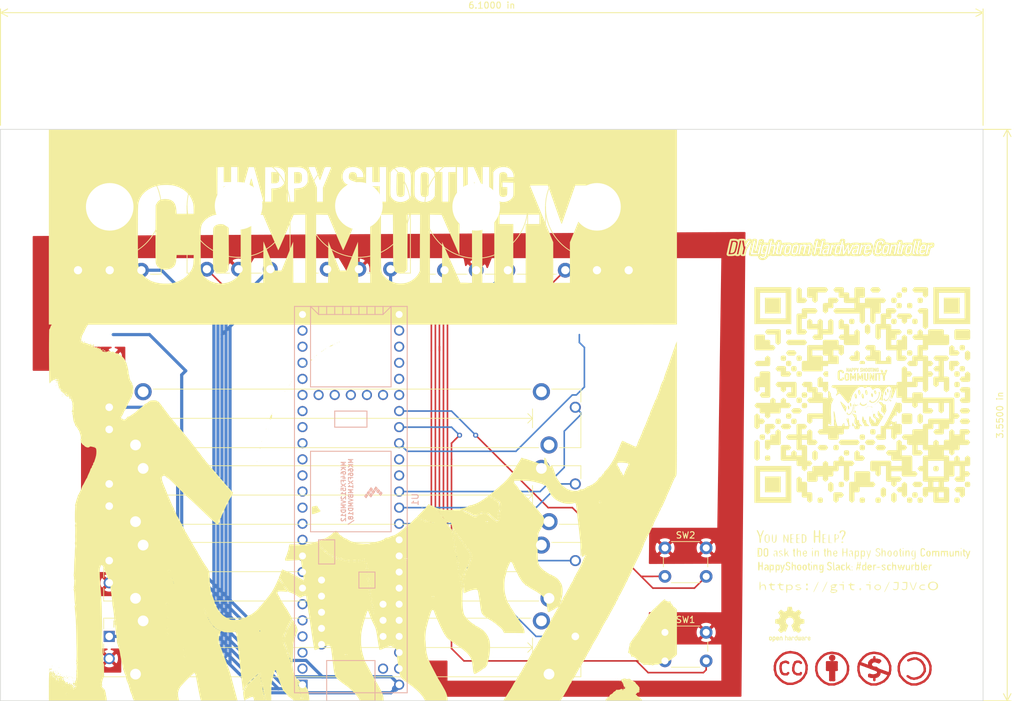
<source format=kicad_pcb>
(kicad_pcb (version 20171130) (host pcbnew "(5.1.4-0-10_14)")
  (layers (0 F.Cu signal) (31 B.Cu signal) (34 B.Paste user) (35 F.Paste user) (36 B.SilkS user) (37 F.SilkS user) (38 B.Mask user) (39 F.Mask user) (44 Edge.Cuts user))
  (net 0 "")
  (net 1 "Net-(RV1-Pad3)")
  (net 2 GND)
  (net 3 "Net-(RV2-Pad3)")
  (net 4 "Net-(RV3-Pad3)")
  (net 5 "Net-(RV4-Pad3)")
  (net 6 "Net-(RV5-Pad3)")
  (net 7 "Net-(RV6-Pad3)")
  (net 8 "Net-(RV7-Pad3)")
  (net 9 "Net-(RV8-Pad3)")
  (net 10 "Net-(RV9-Pad3)")
  (net 11 "Net-(RV10-Pad3)")
  (net 12 "Net-(SW1-Pad2)")
  (net 13 "Net-(SW2-Pad2)")
  (net 14 "Net-(RV1-Pad1)")
  (module HappyShooting:hsc_diff_print_i_375 (layer F.Cu) (at 130.81 104.775)
    (fp_text reference G*** hide)
    (fp_text value LOGO hide)
  )
  (module HappyShooting:hsc_silk_375 (layer F.Cu) (at 130.81 104.775)
    (fp_text reference G*** hide)
    (fp_text value LOGO hide)
  )
  (module HappyShooting:help_print_350 (layer F.Cu) (at 210.185 127.635)
    (fp_text reference G*** hide)
    (fp_text value LOGO hide)
  )
  (module HappyShooting:diy_silk_i (layer F.Cu) (at 203.835 78.105)
    (fp_text reference G*** hide)
    (fp_text value LOGO hide)
  )
  (module HappyShooting:diy_print (layer F.Cu) (at 203.835 78.105)
    (fp_text reference G*** hide)
    (fp_text value LOGO hide)
  )
  (module HappyShooting:qr_medium (layer F.Cu) (at 209.55 101.6)
    (fp_text reference G*** hide)
    (fp_text value LOGO hide)
  )
  (module HappyShooting:Teensy36 (layer B.Cu) (at 128.905 118.11 90)
    (fp_text reference U1 (at 0 10.16 270) (layer B.SilkS) (effects (justify mirror)))
    (fp_text value Teensy3.6)
    (fp_text user MK64FX512VMD12 (at 1.27 -1.143 270) (layer B.SilkS) (effects (font (size 0.7 0.7)) (justify mirror)))
    (fp_text user MK66FX1MBVMD18/ (at 1.27 0 270) (layer B.SilkS) (effects (font (size 0.7 0.7)) (justify mirror)))
    (pad 62 thru_hole circle (at -12.7 -4.62 90) (size 1.6 1.6) (drill 1.1) (layers *.Cu *.Mask))
    (pad 61 thru_hole circle (at -15.24 -4.62 90) (size 1.6 1.6) (drill 1.1) (layers *.Cu *.Mask))
    (pad 60 thru_hole circle (at -17.78 -4.62 90) (size 1.6 1.6) (drill 1.1) (layers *.Cu *.Mask))
    (pad 59 thru_hole circle (at -20.32 -4.62 90) (size 1.6 1.6) (drill 1.1) (layers *.Cu *.Mask))
    (pad 58 thru_hole circle (at -22.86 -4.62 90) (size 1.6 1.6) (drill 1.1) (layers *.Cu *.Mask))
    (pad 57 thru_hole circle (at -16.51 5.08 90) (size 1.6 1.6) (drill 1.1) (layers *.Cu *.Mask))
    (pad 56 thru_hole circle (at -19.05 5.08 90) (size 1.6 1.6) (drill 1.1) (layers *.Cu *.Mask))
    (pad 55 thru_hole circle (at -21.59 5.08 90) (size 1.6 1.6) (drill 1.1) (layers *.Cu *.Mask))
    (pad 54 thru_hole circle (at -26.67 5.08 90) (size 1.6 1.6) (drill 1.1) (layers *.Cu *.Mask))
    (pad 53 thru_hole circle (at -29.21 7.62 90) (size 1.6 1.6) (drill 1.1) (layers *.Cu *.Mask) (net 14 "Net-(RV1-Pad1)"))
    (pad 52 thru_hole circle (at -26.67 7.62 90) (size 1.6 1.6) (drill 1.1) (layers *.Cu *.Mask) (net 2 GND))
    (pad 51 thru_hole circle (at -24.13 7.62 90) (size 1.6 1.6) (drill 1.1) (layers *.Cu *.Mask))
    (pad 50 thru_hole circle (at -21.59 7.62 90) (size 1.6 1.6) (drill 1.1) (layers *.Cu *.Mask))
    (pad 49 thru_hole circle (at -19.05 7.62 90) (size 1.6 1.6) (drill 1.1) (layers *.Cu *.Mask) (net 11 "Net-(RV10-Pad3)"))
    (pad 48 thru_hole circle (at -16.51 7.62 90) (size 1.6 1.6) (drill 1.1) (layers *.Cu *.Mask) (net 10 "Net-(RV9-Pad3)"))
    (pad 47 thru_hole circle (at -13.97 7.62 90) (size 1.6 1.6) (drill 1.1) (layers *.Cu *.Mask) (net 9 "Net-(RV8-Pad3)"))
    (pad 46 thru_hole circle (at -11.43 7.62 90) (size 1.6 1.6) (drill 1.1) (layers *.Cu *.Mask) (net 8 "Net-(RV7-Pad3)"))
    (pad 45 thru_hole circle (at -8.89 7.62 90) (size 1.6 1.6) (drill 1.1) (layers *.Cu *.Mask) (net 7 "Net-(RV6-Pad3)"))
    (pad 44 thru_hole circle (at -6.35 7.62 90) (size 1.6 1.6) (drill 1.1) (layers *.Cu *.Mask) (net 6 "Net-(RV5-Pad3)"))
    (pad 43 thru_hole circle (at -3.81 7.62 90) (size 1.6 1.6) (drill 1.1) (layers *.Cu *.Mask) (net 5 "Net-(RV4-Pad3)"))
    (pad 42 thru_hole circle (at -1.27 7.62 90) (size 1.6 1.6) (drill 1.1) (layers *.Cu *.Mask) (net 4 "Net-(RV3-Pad3)"))
    (pad 41 thru_hole circle (at 1.27 7.62 90) (size 1.6 1.6) (drill 1.1) (layers *.Cu *.Mask) (net 3 "Net-(RV2-Pad3)"))
    (pad 40 thru_hole circle (at 3.81 7.62 90) (size 1.6 1.6) (drill 1.1) (layers *.Cu *.Mask))
    (pad 39 thru_hole circle (at 6.35 7.62 90) (size 1.6 1.6) (drill 1.1) (layers *.Cu *.Mask))
    (pad 38 thru_hole circle (at 8.89 7.62 90) (size 1.6 1.6) (drill 1.1) (layers *.Cu *.Mask) (net 1 "Net-(RV1-Pad3)"))
    (pad 1 thru_hole rect (at -29.21 -7.62 90) (size 1.6 1.6) (drill 1.1) (layers *.Cu *.Mask))
    (pad 2 thru_hole circle (at -26.67 -7.62 90) (size 1.6 1.6) (drill 1.1) (layers *.Cu *.Mask))
    (pad 3 thru_hole circle (at -24.13 -7.62 90) (size 1.6 1.6) (drill 1.1) (layers *.Cu *.Mask))
    (pad 4 thru_hole circle (at -21.59 -7.62 90) (size 1.6 1.6) (drill 1.1) (layers *.Cu *.Mask))
    (pad 5 thru_hole circle (at -19.05 -7.62 90) (size 1.6 1.6) (drill 1.1) (layers *.Cu *.Mask))
    (pad 6 thru_hole circle (at -16.51 -7.62 90) (size 1.6 1.6) (drill 1.1) (layers *.Cu *.Mask))
    (pad 7 thru_hole circle (at -13.97 -7.62 90) (size 1.6 1.6) (drill 1.1) (layers *.Cu *.Mask))
    (pad 8 thru_hole circle (at -11.43 -7.62 90) (size 1.6 1.6) (drill 1.1) (layers *.Cu *.Mask))
    (pad 9 thru_hole circle (at -8.89 -7.62 90) (size 1.6 1.6) (drill 1.1) (layers *.Cu *.Mask))
    (pad 10 thru_hole circle (at -6.35 -7.62 90) (size 1.6 1.6) (drill 1.1) (layers *.Cu *.Mask))
    (pad 11 thru_hole circle (at -3.81 -7.62 90) (size 1.6 1.6) (drill 1.1) (layers *.Cu *.Mask))
    (pad 12 thru_hole circle (at -1.27 -7.62 90) (size 1.6 1.6) (drill 1.1) (layers *.Cu *.Mask))
    (pad 13 thru_hole circle (at 1.27 -7.62 90) (size 1.6 1.6) (drill 1.1) (layers *.Cu *.Mask))
    (pad 37 thru_hole circle (at 11.43 7.62 90) (size 1.6 1.6) (drill 1.1) (layers *.Cu *.Mask) (net 12 "Net-(SW1-Pad2)"))
    (pad 36 thru_hole circle (at 13.97 7.62 90) (size 1.6 1.6) (drill 1.1) (layers *.Cu *.Mask) (net 13 "Net-(SW2-Pad2)"))
    (pad 35 thru_hole circle (at 16.51 7.62 90) (size 1.6 1.6) (drill 1.1) (layers *.Cu *.Mask))
    (pad 34 thru_hole circle (at 19.05 7.62 90) (size 1.6 1.6) (drill 1.1) (layers *.Cu *.Mask))
    (pad 33 thru_hole circle (at 21.59 7.62 90) (size 1.6 1.6) (drill 1.1) (layers *.Cu *.Mask))
    (pad 32 thru_hole circle (at 24.13 7.62 90) (size 1.6 1.6) (drill 1.1) (layers *.Cu *.Mask))
    (pad 31 thru_hole circle (at 26.67 7.62 90) (size 1.6 1.6) (drill 1.1) (layers *.Cu *.Mask))
    (pad 30 thru_hole circle (at 29.21 7.62 90) (size 1.6 1.6) (drill 1.1) (layers *.Cu *.Mask))
    (pad 29 thru_hole circle (at 16.51 5.08 90) (size 1.6 1.6) (drill 1.1) (layers *.Cu *.Mask))
    (pad 28 thru_hole circle (at 16.51 2.54 90) (size 1.6 1.6) (drill 1.1) (layers *.Cu *.Mask))
    (pad 27 thru_hole circle (at 16.51 0 90) (size 1.6 1.6) (drill 1.1) (layers *.Cu *.Mask))
    (pad 26 thru_hole circle (at 16.51 -2.54 90) (size 1.6 1.6) (drill 1.1) (layers *.Cu *.Mask))
    (pad 25 thru_hole circle (at 16.51 -5.08 90) (size 1.6 1.6) (drill 1.1) (layers *.Cu *.Mask))
    (pad 24 thru_hole circle (at 29.21 -7.62 90) (size 1.6 1.6) (drill 1.1) (layers *.Cu *.Mask))
    (pad 23 thru_hole circle (at 26.67 -7.62 90) (size 1.6 1.6) (drill 1.1) (layers *.Cu *.Mask))
    (pad 22 thru_hole circle (at 24.13 -7.62 90) (size 1.6 1.6) (drill 1.1) (layers *.Cu *.Mask))
    (pad 21 thru_hole circle (at 21.59 -7.62 90) (size 1.6 1.6) (drill 1.1) (layers *.Cu *.Mask))
    (pad 14 thru_hole circle (at 3.81 -7.62 90) (size 1.6 1.6) (drill 1.1) (layers *.Cu *.Mask))
    (pad 15 thru_hole circle (at 6.35 -7.62 90) (size 1.6 1.6) (drill 1.1) (layers *.Cu *.Mask))
    (pad 16 thru_hole circle (at 8.89 -7.62 90) (size 1.6 1.6) (drill 1.1) (layers *.Cu *.Mask))
    (pad 20 thru_hole circle (at 19.05 -7.62 90) (size 1.6 1.6) (drill 1.1) (layers *.Cu *.Mask))
    (pad 19 thru_hole circle (at 16.51 -7.62 90) (size 1.6 1.6) (drill 1.1) (layers *.Cu *.Mask))
    (pad 18 thru_hole circle (at 13.97 -7.62 90) (size 1.6 1.6) (drill 1.1) (layers *.Cu *.Mask))
    (pad 17 thru_hole circle (at 11.43 -7.62 90) (size 1.6 1.6) (drill 1.1) (layers *.Cu *.Mask))
  )
  (module Symbol:Symbol_CC-ShareAlike_CopperTop_Small (layer F.Cu) (at 217.805 144.78)
    (fp_text reference REF** hide)
    (fp_text value Symbol_CC-ShareAlike_CopperTop_Small hide)
    (fp_line (start 0.59944 -2.4003) (end 0 -2.49936) (layer F.Cu) (width 0.381))
    (fp_line (start 1.00076 -2.30124) (end 0.59944 -2.4003) (layer F.Cu) (width 0.381))
    (fp_line (start 1.50114 -1.99898) (end 1.00076 -2.30124) (layer F.Cu) (width 0.381))
    (fp_line (start 1.99898 -1.50114) (end 1.50114 -1.99898) (layer F.Cu) (width 0.381))
    (fp_line (start 2.30124 -1.00076) (end 1.99898 -1.50114) (layer F.Cu) (width 0.381))
    (fp_line (start 2.49936 -0.39878) (end 2.30124 -1.00076) (layer F.Cu) (width 0.381))
    (fp_line (start 2.49936 0.20066) (end 2.49936 -0.39878) (layer F.Cu) (width 0.381))
    (fp_line (start 2.4003 0.8001) (end 2.49936 0.20066) (layer F.Cu) (width 0.381))
    (fp_line (start 1.99898 1.50114) (end 2.4003 0.8001) (layer F.Cu) (width 0.381))
    (fp_line (start 1.50114 1.99898) (end 1.99898 1.50114) (layer F.Cu) (width 0.381))
    (fp_line (start 0.89916 2.30124) (end 1.50114 1.99898) (layer F.Cu) (width 0.381))
    (fp_line (start 0.29972 2.49936) (end 0.89916 2.30124) (layer F.Cu) (width 0.381))
    (fp_line (start -0.50038 2.49936) (end 0.29972 2.49936) (layer F.Cu) (width 0.381))
    (fp_line (start -1.19888 2.19964) (end -0.50038 2.49936) (layer F.Cu) (width 0.381))
    (fp_line (start -1.69926 1.80086) (end -1.19888 2.19964) (layer F.Cu) (width 0.381))
    (fp_line (start -2.30124 1.09982) (end -1.69926 1.80086) (layer F.Cu) (width 0.381))
    (fp_line (start -2.49936 0.29972) (end -2.30124 1.09982) (layer F.Cu) (width 0.381))
    (fp_line (start -2.49936 -0.29972) (end -2.49936 0.29972) (layer F.Cu) (width 0.381))
    (fp_line (start -2.4003 -0.8001) (end -2.49936 -0.29972) (layer F.Cu) (width 0.381))
    (fp_line (start -2.19964 -1.19888) (end -2.4003 -0.8001) (layer F.Cu) (width 0.381))
    (fp_line (start -1.69926 -1.80086) (end -2.19964 -1.19888) (layer F.Cu) (width 0.381))
    (fp_line (start -1.19888 -2.19964) (end -1.69926 -1.80086) (layer F.Cu) (width 0.381))
    (fp_line (start -0.70104 -2.4003) (end -1.19888 -2.19964) (layer F.Cu) (width 0.381))
    (fp_line (start -0.09906 -2.49936) (end -0.70104 -2.4003) (layer F.Cu) (width 0.381))
    (fp_line (start 0 -2.49936) (end -0.09906 -2.49936) (layer F.Cu) (width 0.381))
    (fp_line (start -0.50038 -1.50114) (end -1.00076 -1.30048) (layer F.Cu) (width 0.381))
    (fp_line (start -0.09906 -1.6002) (end -0.50038 -1.50114) (layer F.Cu) (width 0.381))
    (fp_line (start 0.29972 -1.6002) (end -0.09906 -1.6002) (layer F.Cu) (width 0.381))
    (fp_line (start 0.89916 -1.30048) (end 0.29972 -1.6002) (layer F.Cu) (width 0.381))
    (fp_line (start 1.19888 -1.00076) (end 0.89916 -1.30048) (layer F.Cu) (width 0.381))
    (fp_line (start 1.50114 -0.50038) (end 1.19888 -1.00076) (layer F.Cu) (width 0.381))
    (fp_line (start 1.6002 0) (end 1.50114 -0.50038) (layer F.Cu) (width 0.381))
    (fp_line (start 1.6002 0.39878) (end 1.6002 0) (layer F.Cu) (width 0.381))
    (fp_line (start 1.30048 0.89916) (end 1.6002 0.39878) (layer F.Cu) (width 0.381))
    (fp_line (start 0.89916 1.30048) (end 1.30048 0.89916) (layer F.Cu) (width 0.381))
    (fp_line (start 0.39878 1.50114) (end 0.89916 1.30048) (layer F.Cu) (width 0.381))
    (fp_line (start -0.09906 1.6002) (end 0.39878 1.50114) (layer F.Cu) (width 0.381))
    (fp_line (start -0.59944 1.50114) (end -0.09906 1.6002) (layer F.Cu) (width 0.381))
    (fp_line (start -1.09982 1.19888) (end -0.59944 1.50114) (layer F.Cu) (width 0.381))
  )
  (module Symbol:Symbol_CreativeCommons_CopperTop_Type2_Small (layer F.Cu) (at 198.12 144.78)
    (fp_text reference REF** hide)
    (fp_text value Symbol_CreativeCommons_CopperTop_Type2_Small hide)
    (fp_line (start 0.74944 -2.5003) (end 0.15 -2.59936) (layer F.Cu) (width 0.381))
    (fp_line (start 1.15076 -2.40124) (end 0.74944 -2.5003) (layer F.Cu) (width 0.381))
    (fp_line (start 1.65114 -2.09898) (end 1.15076 -2.40124) (layer F.Cu) (width 0.381))
    (fp_line (start 2.14898 -1.60114) (end 1.65114 -2.09898) (layer F.Cu) (width 0.381))
    (fp_line (start 2.45124 -1.10076) (end 2.14898 -1.60114) (layer F.Cu) (width 0.381))
    (fp_line (start 2.64936 -0.49878) (end 2.45124 -1.10076) (layer F.Cu) (width 0.381))
    (fp_line (start 2.64936 0.10066) (end 2.64936 -0.49878) (layer F.Cu) (width 0.381))
    (fp_line (start 2.5503 0.7001) (end 2.64936 0.10066) (layer F.Cu) (width 0.381))
    (fp_line (start 2.14898 1.40114) (end 2.5503 0.7001) (layer F.Cu) (width 0.381))
    (fp_line (start 1.65114 1.89898) (end 2.14898 1.40114) (layer F.Cu) (width 0.381))
    (fp_line (start 1.04916 2.20124) (end 1.65114 1.89898) (layer F.Cu) (width 0.381))
    (fp_line (start 0.44972 2.39936) (end 1.04916 2.20124) (layer F.Cu) (width 0.381))
    (fp_line (start -0.35038 2.39936) (end 0.44972 2.39936) (layer F.Cu) (width 0.381))
    (fp_line (start -1.04888 2.09964) (end -0.35038 2.39936) (layer F.Cu) (width 0.381))
    (fp_line (start -1.54926 1.70086) (end -1.04888 2.09964) (layer F.Cu) (width 0.381))
    (fp_line (start -2.15124 0.99982) (end -1.54926 1.70086) (layer F.Cu) (width 0.381))
    (fp_line (start -2.34936 0.19972) (end -2.15124 0.99982) (layer F.Cu) (width 0.381))
    (fp_line (start -2.34936 -0.39972) (end -2.34936 0.19972) (layer F.Cu) (width 0.381))
    (fp_line (start -2.2503 -0.9001) (end -2.34936 -0.39972) (layer F.Cu) (width 0.381))
    (fp_line (start -2.04964 -1.29888) (end -2.2503 -0.9001) (layer F.Cu) (width 0.381))
    (fp_line (start -1.54926 -1.90086) (end -2.04964 -1.29888) (layer F.Cu) (width 0.381))
    (fp_line (start -1.04888 -2.29964) (end -1.54926 -1.90086) (layer F.Cu) (width 0.381))
    (fp_line (start -0.55104 -2.5003) (end -1.04888 -2.29964) (layer F.Cu) (width 0.381))
    (fp_line (start 0.05094 -2.59936) (end -0.55104 -2.5003) (layer F.Cu) (width 0.381))
    (fp_line (start 0.15 -2.59936) (end 0.05094 -2.59936) (layer F.Cu) (width 0.381))
    (fp_line (start -0.44944 0.90076) (end -0.24878 0.7001) (layer F.Cu) (width 0.381))
    (fp_line (start -0.85076 0.90076) (end -0.44944 0.90076) (layer F.Cu) (width 0.381))
    (fp_line (start -1.15048 0.79916) (end -0.85076 0.90076) (layer F.Cu) (width 0.381))
    (fp_line (start -1.35114 0.49944) (end -1.15048 0.79916) (layer F.Cu) (width 0.381))
    (fp_line (start -1.4502 -0.00094) (end -1.35114 0.49944) (layer F.Cu) (width 0.381))
    (fp_line (start -1.4502 -0.39972) (end -1.4502 -0.00094) (layer F.Cu) (width 0.381))
    (fp_line (start -1.35114 -0.80104) (end -1.4502 -0.39972) (layer F.Cu) (width 0.381))
    (fp_line (start -1.04888 -0.99916) (end -1.35114 -0.80104) (layer F.Cu) (width 0.381))
    (fp_line (start -0.6501 -1.10076) (end -1.04888 -0.99916) (layer F.Cu) (width 0.381))
    (fp_line (start -0.35038 -0.99916) (end -0.6501 -1.10076) (layer F.Cu) (width 0.381))
    (fp_line (start -0.24878 -0.9001) (end -0.35038 -0.99916) (layer F.Cu) (width 0.381))
    (fp_line (start 1.65114 0.90076) (end 1.7502 0.7001) (layer F.Cu) (width 0.381))
    (fp_line (start 1.34888 0.90076) (end 1.65114 0.90076) (layer F.Cu) (width 0.381))
    (fp_line (start 1.15076 0.90076) (end 1.34888 0.90076) (layer F.Cu) (width 0.381))
    (fp_line (start 0.74944 0.7001) (end 1.15076 0.90076) (layer F.Cu) (width 0.381))
    (fp_line (start 0.54878 0.29878) (end 0.74944 0.7001) (layer F.Cu) (width 0.381))
    (fp_line (start 0.54878 -0.1) (end 0.54878 0.29878) (layer F.Cu) (width 0.381))
    (fp_line (start 0.65038 -0.60038) (end 0.54878 -0.1) (layer F.Cu) (width 0.381))
    (fp_line (start 0.85104 -0.99916) (end 0.65038 -0.60038) (layer F.Cu) (width 0.381))
    (fp_line (start 1.15076 -1.10076) (end 0.85104 -0.99916) (layer F.Cu) (width 0.381))
    (fp_line (start 1.45048 -1.10076) (end 1.15076 -1.10076) (layer F.Cu) (width 0.381))
    (fp_line (start 1.65114 -0.99916) (end 1.45048 -1.10076) (layer F.Cu) (width 0.381))
    (fp_line (start 1.7502 -0.9001) (end 1.65114 -0.99916) (layer F.Cu) (width 0.381))
  )
  (module Symbol:OSHW-Logo2_7.3x6mm_SilkScreen (layer F.Cu) (at 198.12 137.795)
    (fp_text reference REF** hide)
    (fp_text value OSHW-Logo2_7.3x6mm_SilkScreen hide)
  )
  (module Symbol:Symbol_CC-Attribution_CopperTop_Small (layer F.Cu) (at 204.80528 144.78)
    (fp_text reference REF** hide)
    (fp_text value Symbol_CC-Attribution_CopperTop_Small hide)
    (fp_line (start 0.59944 -2.4003) (end 0 -2.49936) (layer F.Cu) (width 0.381))
    (fp_line (start 1.00076 -2.30124) (end 0.59944 -2.4003) (layer F.Cu) (width 0.381))
    (fp_line (start 1.50114 -1.99898) (end 1.00076 -2.30124) (layer F.Cu) (width 0.381))
    (fp_line (start 1.99898 -1.50114) (end 1.50114 -1.99898) (layer F.Cu) (width 0.381))
    (fp_line (start 2.30124 -1.00076) (end 1.99898 -1.50114) (layer F.Cu) (width 0.381))
    (fp_line (start 2.49936 -0.39878) (end 2.30124 -1.00076) (layer F.Cu) (width 0.381))
    (fp_line (start 2.49936 0.20066) (end 2.49936 -0.39878) (layer F.Cu) (width 0.381))
    (fp_line (start 2.4003 0.8001) (end 2.49936 0.20066) (layer F.Cu) (width 0.381))
    (fp_line (start 1.99898 1.50114) (end 2.4003 0.8001) (layer F.Cu) (width 0.381))
    (fp_line (start 1.50114 1.99898) (end 1.99898 1.50114) (layer F.Cu) (width 0.381))
    (fp_line (start 0.89916 2.30124) (end 1.50114 1.99898) (layer F.Cu) (width 0.381))
    (fp_line (start 0.29972 2.49936) (end 0.89916 2.30124) (layer F.Cu) (width 0.381))
    (fp_line (start -0.50038 2.49936) (end 0.29972 2.49936) (layer F.Cu) (width 0.381))
    (fp_line (start -1.19888 2.19964) (end -0.50038 2.49936) (layer F.Cu) (width 0.381))
    (fp_line (start -1.69926 1.80086) (end -1.19888 2.19964) (layer F.Cu) (width 0.381))
    (fp_line (start -2.30124 1.09982) (end -1.69926 1.80086) (layer F.Cu) (width 0.381))
    (fp_line (start -2.49936 0.29972) (end -2.30124 1.09982) (layer F.Cu) (width 0.381))
    (fp_line (start -2.49936 -0.29972) (end -2.49936 0.29972) (layer F.Cu) (width 0.381))
    (fp_line (start -2.4003 -0.8001) (end -2.49936 -0.29972) (layer F.Cu) (width 0.381))
    (fp_line (start -2.19964 -1.19888) (end -2.4003 -0.8001) (layer F.Cu) (width 0.381))
    (fp_line (start -1.69926 -1.80086) (end -2.19964 -1.19888) (layer F.Cu) (width 0.381))
    (fp_line (start -1.19888 -2.19964) (end -1.69926 -1.80086) (layer F.Cu) (width 0.381))
    (fp_line (start -0.70104 -2.4003) (end -1.19888 -2.19964) (layer F.Cu) (width 0.381))
    (fp_line (start -0.09906 -2.49936) (end -0.70104 -2.4003) (layer F.Cu) (width 0.381))
    (fp_line (start 0 -2.49936) (end -0.09906 -2.49936) (layer F.Cu) (width 0.381))
    (fp_circle (center 0 -1.69926) (end 0.09906 -1.39954) (layer F.Cu) (width 0.381))
    (fp_line (start -0.8001 0.20066) (end -0.8001 -1.00076) (layer F.Cu) (width 0.381))
    (fp_line (start 0.70104 0.20066) (end -0.8001 0.20066) (layer F.Cu) (width 0.381))
    (fp_line (start 0.70104 -1.00076) (end 0.70104 0.20066) (layer F.Cu) (width 0.381))
    (fp_line (start -0.8001 -1.00076) (end 0.70104 -1.00076) (layer F.Cu) (width 0.381))
    (fp_line (start -0.29972 1.80086) (end 0.20066 1.80086) (layer F.Cu) (width 0.381))
    (fp_line (start -0.29972 0.29972) (end -0.29972 1.80086) (layer F.Cu) (width 0.381))
    (fp_line (start 0.29972 1.80086) (end 0.29972 0.20066) (layer F.Cu) (width 0.381))
    (fp_line (start 0.09906 1.80086) (end 0.29972 1.80086) (layer F.Cu) (width 0.381))
    (fp_line (start 0 0.29972) (end 0 1.6002) (layer F.Cu) (width 0.381))
    (fp_line (start -0.8001 -0.09906) (end 0.50038 -0.09906) (layer F.Cu) (width 0.381))
    (fp_line (start 0.50038 -0.39878) (end -0.70104 -0.39878) (layer F.Cu) (width 0.381))
    (fp_line (start -0.70104 -0.70104) (end 0.59944 -0.70104) (layer F.Cu) (width 0.381))
    (fp_line (start 0 -1.89992) (end 0 -1.50114) (layer F.Cu) (width 0.381))
  )
  (module Symbol:Symbol_CC-Noncommercial_CopperTop_Small (layer F.Cu) (at 211.455 144.78)
    (fp_text reference REF** hide)
    (fp_text value Symbol_CC-Noncommercial_CopperTop_Small hide)
    (fp_line (start 0.59944 -2.4003) (end 0 -2.49936) (layer F.Cu) (width 0.381))
    (fp_line (start 1.00076 -2.30124) (end 0.59944 -2.4003) (layer F.Cu) (width 0.381))
    (fp_line (start 1.50114 -1.99898) (end 1.00076 -2.30124) (layer F.Cu) (width 0.381))
    (fp_line (start 1.99898 -1.50114) (end 1.50114 -1.99898) (layer F.Cu) (width 0.381))
    (fp_line (start 2.30124 -1.00076) (end 1.99898 -1.50114) (layer F.Cu) (width 0.381))
    (fp_line (start 2.49936 -0.39878) (end 2.30124 -1.00076) (layer F.Cu) (width 0.381))
    (fp_line (start 2.49936 0.20066) (end 2.49936 -0.39878) (layer F.Cu) (width 0.381))
    (fp_line (start 2.4003 0.8001) (end 2.49936 0.20066) (layer F.Cu) (width 0.381))
    (fp_line (start 1.99898 1.50114) (end 2.4003 0.8001) (layer F.Cu) (width 0.381))
    (fp_line (start 1.50114 1.99898) (end 1.99898 1.50114) (layer F.Cu) (width 0.381))
    (fp_line (start 0.89916 2.30124) (end 1.50114 1.99898) (layer F.Cu) (width 0.381))
    (fp_line (start 0.29972 2.49936) (end 0.89916 2.30124) (layer F.Cu) (width 0.381))
    (fp_line (start -0.50038 2.49936) (end 0.29972 2.49936) (layer F.Cu) (width 0.381))
    (fp_line (start -1.19888 2.19964) (end -0.50038 2.49936) (layer F.Cu) (width 0.381))
    (fp_line (start -1.69926 1.80086) (end -1.19888 2.19964) (layer F.Cu) (width 0.381))
    (fp_line (start -2.30124 1.09982) (end -1.69926 1.80086) (layer F.Cu) (width 0.381))
    (fp_line (start -2.49936 0.29972) (end -2.30124 1.09982) (layer F.Cu) (width 0.381))
    (fp_line (start -2.49936 -0.29972) (end -2.49936 0.29972) (layer F.Cu) (width 0.381))
    (fp_line (start -2.4003 -0.8001) (end -2.49936 -0.29972) (layer F.Cu) (width 0.381))
    (fp_line (start -2.19964 -1.19888) (end -2.4003 -0.8001) (layer F.Cu) (width 0.381))
    (fp_line (start -1.69926 -1.80086) (end -2.19964 -1.19888) (layer F.Cu) (width 0.381))
    (fp_line (start -1.19888 -2.19964) (end -1.69926 -1.80086) (layer F.Cu) (width 0.381))
    (fp_line (start -0.70104 -2.4003) (end -1.19888 -2.19964) (layer F.Cu) (width 0.381))
    (fp_line (start -0.09906 -2.49936) (end -0.70104 -2.4003) (layer F.Cu) (width 0.381))
    (fp_line (start 0 -2.49936) (end -0.09906 -2.49936) (layer F.Cu) (width 0.381))
    (fp_line (start 0.70104 -1.00076) (end 0.89916 -1.19888) (layer F.Cu) (width 0.381))
    (fp_line (start 0.39878 -1.09982) (end 0.70104 -1.00076) (layer F.Cu) (width 0.381))
    (fp_line (start 0.09906 -1.19888) (end 0.39878 -1.09982) (layer F.Cu) (width 0.381))
    (fp_line (start -0.29972 -1.09982) (end 0.09906 -1.19888) (layer F.Cu) (width 0.381))
    (fp_line (start -0.50038 -0.89916) (end -0.29972 -1.09982) (layer F.Cu) (width 0.381))
    (fp_line (start -0.59944 -0.70104) (end -0.50038 -0.89916) (layer F.Cu) (width 0.381))
    (fp_line (start -0.50038 -0.39878) (end -0.59944 -0.70104) (layer F.Cu) (width 0.381))
    (fp_line (start -0.29972 -0.20066) (end -0.50038 -0.39878) (layer F.Cu) (width 0.381))
    (fp_line (start 0.29972 -0.09906) (end -0.29972 -0.20066) (layer F.Cu) (width 0.381))
    (fp_line (start 0.70104 0.20066) (end 0.29972 -0.09906) (layer F.Cu) (width 0.381))
    (fp_line (start 0.8001 0.50038) (end 0.70104 0.20066) (layer F.Cu) (width 0.381))
    (fp_line (start 0.8001 0.8001) (end 0.8001 0.50038) (layer F.Cu) (width 0.381))
    (fp_line (start 0.70104 1.00076) (end 0.8001 0.8001) (layer F.Cu) (width 0.381))
    (fp_line (start 0.50038 1.19888) (end 0.70104 1.00076) (layer F.Cu) (width 0.381))
    (fp_line (start 0.20066 1.30048) (end 0.50038 1.19888) (layer F.Cu) (width 0.381))
    (fp_line (start -0.50038 1.30048) (end 0.20066 1.30048) (layer F.Cu) (width 0.381))
    (fp_line (start -0.8001 1.19888) (end -0.50038 1.30048) (layer F.Cu) (width 0.381))
    (fp_line (start -0.8001 1.00076) (end -0.8001 1.19888) (layer F.Cu) (width 0.381))
    (fp_line (start -0.70104 1.00076) (end -0.8001 1.00076) (layer F.Cu) (width 0.381))
    (fp_line (start -0.20066 1.09982) (end -0.70104 1.00076) (layer F.Cu) (width 0.381))
    (fp_line (start 0.29972 1.00076) (end -0.20066 1.09982) (layer F.Cu) (width 0.381))
    (fp_line (start 0.59944 0.8001) (end 0.29972 1.00076) (layer F.Cu) (width 0.381))
    (fp_line (start 0.59944 0.39878) (end 0.59944 0.8001) (layer F.Cu) (width 0.381))
    (fp_line (start 0.29972 0.20066) (end 0.59944 0.39878) (layer F.Cu) (width 0.381))
    (fp_line (start -0.50038 -0.09906) (end 0.29972 0.20066) (layer F.Cu) (width 0.381))
    (fp_line (start -0.70104 -0.29972) (end -0.50038 -0.09906) (layer F.Cu) (width 0.381))
    (fp_line (start -0.8001 -0.59944) (end -0.70104 -0.29972) (layer F.Cu) (width 0.381))
    (fp_line (start -0.8001 -0.89916) (end -0.8001 -0.59944) (layer F.Cu) (width 0.381))
    (fp_line (start -0.70104 -1.09982) (end -0.8001 -0.89916) (layer F.Cu) (width 0.381))
    (fp_line (start -0.50038 -1.30048) (end -0.70104 -1.09982) (layer F.Cu) (width 0.381))
    (fp_line (start -0.29972 -1.39954) (end -0.50038 -1.30048) (layer F.Cu) (width 0.381))
    (fp_line (start 0.39878 -1.39954) (end -0.29972 -1.39954) (layer F.Cu) (width 0.381))
    (fp_line (start 0.8001 -1.30048) (end 0.39878 -1.39954) (layer F.Cu) (width 0.381))
    (fp_line (start 0.89916 -1.19888) (end 0.8001 -1.30048) (layer F.Cu) (width 0.381))
    (fp_line (start -2.30124 -0.89916) (end 2.4003 0.8001) (layer F.Cu) (width 0.381))
    (fp_line (start -2.4003 -0.8001) (end 2.19964 0.89916) (layer F.Cu) (width 0.381))
    (fp_line (start 0 -1.50114) (end 0 -1.80086) (layer F.Cu) (width 0.381))
    (fp_line (start 0 1.80086) (end 0 1.69926) (layer F.Cu) (width 0.381))
    (fp_line (start 0 1.30048) (end 0 1.80086) (layer F.Cu) (width 0.381))
  )
  (module Potentiometer_THT:Potentiometer_Bourns_PTA6043_Single_Slide (layer F.Cu) (at 90.805 103.54)
    (fp_text reference RV2 (at 1.27 -1.94) (layer F.SilkS))
    (fp_text value "10k sl")
    (pad MP thru_hole circle (at 69.35 5.95) (size 2.7 2.7) (drill 1.7) (layers *.Cu *.Mask))
    (pad MP thru_hole circle (at 4.15 5.95) (size 2.7 2.7) (drill 1.7) (layers *.Cu *.Mask))
    (pad MP thru_hole circle (at 68.15 -2.45) (size 2.7 2.7) (drill 1.7) (layers *.Cu *.Mask))
    (pad MP thru_hole circle (at 5.35 -2.45) (size 2.7 2.7) (drill 1.7) (layers *.Cu *.Mask))
    (pad 3 thru_hole circle (at 73.5 0) (size 1.75 1.75) (drill 1.2) (layers *.Cu *.Mask) (net 3 "Net-(RV2-Pad3)"))
    (pad 2 thru_hole circle (at 0 3.5) (size 1.75 1.75) (drill 1.2) (layers *.Cu *.Mask) (net 2 GND))
    (pad 1 thru_hole rect (at 0 0) (size 1.75 1.75) (drill 1.2) (layers *.Cu *.Mask) (net 14 "Net-(RV1-Pad1)"))
  )
  (module Potentiometer_THT:Potentiometer_Bourns_PTA6043_Single_Slide (layer F.Cu) (at 90.805 115.64)
    (fp_text reference RV3 (at 1.27 -1.975) (layer F.SilkS))
    (fp_text value "10k sl")
    (pad MP thru_hole circle (at 69.35 5.95) (size 2.7 2.7) (drill 1.7) (layers *.Cu *.Mask))
    (pad MP thru_hole circle (at 4.15 5.95) (size 2.7 2.7) (drill 1.7) (layers *.Cu *.Mask))
    (pad MP thru_hole circle (at 68.15 -2.45) (size 2.7 2.7) (drill 1.7) (layers *.Cu *.Mask))
    (pad MP thru_hole circle (at 5.35 -2.45) (size 2.7 2.7) (drill 1.7) (layers *.Cu *.Mask))
    (pad 3 thru_hole circle (at 73.5 0) (size 1.75 1.75) (drill 1.2) (layers *.Cu *.Mask) (net 4 "Net-(RV3-Pad3)"))
    (pad 2 thru_hole circle (at 0 3.5) (size 1.75 1.75) (drill 1.2) (layers *.Cu *.Mask) (net 2 GND))
    (pad 1 thru_hole rect (at 0 0) (size 1.75 1.75) (drill 1.2) (layers *.Cu *.Mask) (net 14 "Net-(RV1-Pad1)"))
  )
  (module Potentiometer_THT:Potentiometer_Bourns_PTA6043_Single_Slide (layer F.Cu) (at 90.805 127.74)
    (fp_text reference RV4 (at 1.27 -2.01) (layer F.SilkS))
    (fp_text value "10k sl")
    (pad MP thru_hole circle (at 69.35 5.95) (size 2.7 2.7) (drill 1.7) (layers *.Cu *.Mask))
    (pad MP thru_hole circle (at 4.15 5.95) (size 2.7 2.7) (drill 1.7) (layers *.Cu *.Mask))
    (pad MP thru_hole circle (at 68.15 -2.45) (size 2.7 2.7) (drill 1.7) (layers *.Cu *.Mask))
    (pad MP thru_hole circle (at 5.35 -2.45) (size 2.7 2.7) (drill 1.7) (layers *.Cu *.Mask))
    (pad 3 thru_hole circle (at 73.5 0) (size 1.75 1.75) (drill 1.2) (layers *.Cu *.Mask) (net 5 "Net-(RV4-Pad3)"))
    (pad 2 thru_hole circle (at 0 3.5) (size 1.75 1.75) (drill 1.2) (layers *.Cu *.Mask) (net 2 GND))
    (pad 1 thru_hole rect (at 0 0) (size 1.75 1.75) (drill 1.2) (layers *.Cu *.Mask) (net 14 "Net-(RV1-Pad1)"))
  )
  (module Potentiometer_THT:Potentiometer_Bourns_PTA6043_Single_Slide (layer F.Cu) (at 90.805 139.7)
    (fp_text reference RV5 (at 1.905 -1.905) (layer F.SilkS))
    (fp_text value "10k sl")
    (pad MP thru_hole circle (at 69.35 5.95) (size 2.7 2.7) (drill 1.7) (layers *.Cu *.Mask))
    (pad MP thru_hole circle (at 4.15 5.95) (size 2.7 2.7) (drill 1.7) (layers *.Cu *.Mask))
    (pad MP thru_hole circle (at 68.15 -2.45) (size 2.7 2.7) (drill 1.7) (layers *.Cu *.Mask))
    (pad MP thru_hole circle (at 5.35 -2.45) (size 2.7 2.7) (drill 1.7) (layers *.Cu *.Mask))
    (pad 3 thru_hole circle (at 73.5 0) (size 1.75 1.75) (drill 1.2) (layers *.Cu *.Mask) (net 6 "Net-(RV5-Pad3)"))
    (pad 2 thru_hole circle (at 0 3.5) (size 1.75 1.75) (drill 1.2) (layers *.Cu *.Mask) (net 2 GND))
    (pad 1 thru_hole rect (at 0 0) (size 1.75 1.75) (drill 1.2) (layers *.Cu *.Mask) (net 14 "Net-(RV1-Pad1)"))
  )
  (module Potentiometer_THT:Potentiometer_Piher_T-16L_Single_Vertical_Hole (layer F.Cu) (at 172.72 81.915 90)
    (fp_text reference RV10 (at 17.145 1.27 180) (layer F.SilkS))
    (fp_text value "10k ro")
    (pad "" np_thru_hole circle (at 10 -5 90) (size 7.5 7.5) (drill 7.5) (layers *.Cu *.Mask))
    (pad 1 thru_hole circle (at 0 0 90) (size 2.34 2.34) (drill 1.3) (layers *.Cu *.Mask) (net 14 "Net-(RV1-Pad1)"))
    (pad 2 thru_hole circle (at 0 -5 90) (size 2.34 2.34) (drill 1.3) (layers *.Cu *.Mask) (net 2 GND))
    (pad 3 thru_hole circle (at 0 -10 90) (size 2.34 2.34) (drill 1.3) (layers *.Cu *.Mask) (net 11 "Net-(RV10-Pad3)"))
  )
  (module Button_Switch_THT:SW_PUSH_6mm_H8mm (layer F.Cu) (at 178.435 125.73)
    (fp_text reference SW2 (at 3.25 -2) (layer F.SilkS))
    (fp_text value SW_Push hide)
    (pad 1 thru_hole circle (at 6.5 0 90) (size 2 2) (drill 1.1) (layers *.Cu *.Mask) (net 2 GND))
    (pad 2 thru_hole circle (at 6.5 4.5 90) (size 2 2) (drill 1.1) (layers *.Cu *.Mask) (net 13 "Net-(SW2-Pad2)"))
    (pad 1 thru_hole circle (at 0 0 90) (size 2 2) (drill 1.1) (layers *.Cu *.Mask) (net 2 GND))
    (pad 2 thru_hole circle (at 0 4.5 90) (size 2 2) (drill 1.1) (layers *.Cu *.Mask) (net 13 "Net-(SW2-Pad2)"))
  )
  (module Button_Switch_THT:SW_PUSH_6mm_H8mm (layer F.Cu) (at 178.435 139.065)
    (fp_text reference SW1 (at 3.25 -2) (layer F.SilkS))
    (fp_text value SW_Push hide)
    (pad 1 thru_hole circle (at 6.5 0 90) (size 2 2) (drill 1.1) (layers *.Cu *.Mask) (net 2 GND))
    (pad 2 thru_hole circle (at 6.5 4.5 90) (size 2 2) (drill 1.1) (layers *.Cu *.Mask) (net 12 "Net-(SW1-Pad2)"))
    (pad 1 thru_hole circle (at 0 0 90) (size 2 2) (drill 1.1) (layers *.Cu *.Mask) (net 2 GND))
    (pad 2 thru_hole circle (at 0 4.5 90) (size 2 2) (drill 1.1) (layers *.Cu *.Mask) (net 12 "Net-(SW1-Pad2)"))
  )
  (module Potentiometer_THT:Potentiometer_Piher_T-16L_Single_Vertical_Hole (layer F.Cu) (at 153.67 81.915 90)
    (fp_text reference RV9 (at 17.145 1.27 180) (layer F.SilkS))
    (fp_text value "10k ro")
    (pad "" np_thru_hole circle (at 10 -5 90) (size 7.5 7.5) (drill 7.5) (layers *.Cu *.Mask))
    (pad 1 thru_hole circle (at 0 0 90) (size 2.34 2.34) (drill 1.3) (layers *.Cu *.Mask) (net 14 "Net-(RV1-Pad1)"))
    (pad 2 thru_hole circle (at 0 -5 90) (size 2.34 2.34) (drill 1.3) (layers *.Cu *.Mask) (net 2 GND))
    (pad 3 thru_hole circle (at 0 -10 90) (size 2.34 2.34) (drill 1.3) (layers *.Cu *.Mask) (net 10 "Net-(RV9-Pad3)"))
  )
  (module Potentiometer_THT:Potentiometer_Piher_T-16L_Single_Vertical_Hole (layer F.Cu) (at 135.175 81.755 90)
    (fp_text reference RV8 (at 16.985 1.35 180) (layer F.SilkS))
    (fp_text value "10k ro")
    (pad "" np_thru_hole circle (at 10 -5 90) (size 7.5 7.5) (drill 7.5) (layers *.Cu *.Mask))
    (pad 1 thru_hole circle (at 0 0 90) (size 2.34 2.34) (drill 1.3) (layers *.Cu *.Mask) (net 14 "Net-(RV1-Pad1)"))
    (pad 2 thru_hole circle (at 0 -5 90) (size 2.34 2.34) (drill 1.3) (layers *.Cu *.Mask) (net 2 GND))
    (pad 3 thru_hole circle (at 0 -10 90) (size 2.34 2.34) (drill 1.3) (layers *.Cu *.Mask) (net 9 "Net-(RV8-Pad3)"))
  )
  (module Potentiometer_THT:Potentiometer_Piher_T-16L_Single_Vertical_Hole (layer F.Cu) (at 116.205 81.755 90)
    (fp_text reference RV7 (at 16.985 1.905 180) (layer F.SilkS))
    (fp_text value "10k ro")
    (pad "" np_thru_hole circle (at 10 -5 90) (size 7.5 7.5) (drill 7.5) (layers *.Cu *.Mask))
    (pad 1 thru_hole circle (at 0 0 90) (size 2.34 2.34) (drill 1.3) (layers *.Cu *.Mask) (net 14 "Net-(RV1-Pad1)"))
    (pad 2 thru_hole circle (at 0 -5 90) (size 2.34 2.34) (drill 1.3) (layers *.Cu *.Mask) (net 2 GND))
    (pad 3 thru_hole circle (at 0 -10 90) (size 2.34 2.34) (drill 1.3) (layers *.Cu *.Mask) (net 8 "Net-(RV7-Pad3)"))
  )
  (module Potentiometer_THT:Potentiometer_Piher_T-16L_Single_Vertical_Hole (layer F.Cu) (at 95.885 81.915 90)
    (fp_text reference RV6 (at 17.145 1.905 180) (layer F.SilkS))
    (fp_text value "10k ro")
    (pad "" np_thru_hole circle (at 10 -5 90) (size 7.5 7.5) (drill 7.5) (layers *.Cu *.Mask))
    (pad 1 thru_hole circle (at 0 0 90) (size 2.34 2.34) (drill 1.3) (layers *.Cu *.Mask) (net 14 "Net-(RV1-Pad1)"))
    (pad 2 thru_hole circle (at 0 -5 90) (size 2.34 2.34) (drill 1.3) (layers *.Cu *.Mask) (net 2 GND))
    (pad 3 thru_hole circle (at 0 -10 90) (size 2.34 2.34) (drill 1.3) (layers *.Cu *.Mask) (net 7 "Net-(RV6-Pad3)"))
  )
  (dimension 154.94 (width 0.15) (layer F.SilkS) (gr_text "154,940 mm" (at 151.13 39.975) (layer F.SilkS) (effects (font (size 1 1) (thickness 0.15)))) (feature1 (pts (xy 228.6 59.055) (xy 228.6 40.688579))) (feature2 (pts (xy 73.66 59.055) (xy 73.66 40.688579))) (crossbar (pts (xy 73.66 41.275) (xy 228.6 41.275))) (arrow1a (pts (xy 228.6 41.275) (xy 227.473496 41.861421))) (arrow1b (pts (xy 228.6 41.275) (xy 227.473496 40.688579))) (arrow2a (pts (xy 73.66 41.275) (xy 74.786504 41.861421))) (arrow2b (pts (xy 73.66 41.275) (xy 74.786504 40.688579))))
  (dimension 90.17 (width 0.15) (layer F.SilkS) (gr_text "90,170 mm" (at 233.71 104.775 90) (layer F.SilkS) (effects (font (size 1 1) (thickness 0.15)))) (feature1 (pts (xy 228.6 59.69) (xy 232.996421 59.69))) (feature2 (pts (xy 228.6 149.86) (xy 232.996421 149.86))) (crossbar (pts (xy 232.41 149.86) (xy 232.41 59.69))) (arrow1a (pts (xy 232.41 59.69) (xy 232.996421 60.816504))) (arrow1b (pts (xy 232.41 59.69) (xy 231.823579 60.816504))) (arrow2a (pts (xy 232.41 149.86) (xy 232.996421 148.733496))) (arrow2b (pts (xy 232.41 149.86) (xy 231.823579 148.733496))))
  (gr_line (start 73.66 149.86) (end 73.66 59.69) (layer Edge.Cuts) (width 0.1))
  (gr_line (start 228.6 149.86) (end 73.66 149.86) (layer Edge.Cuts) (width 0.1))
  (gr_line (start 228.6 59.69) (end 228.6 149.86) (layer Edge.Cuts) (width 0.1))
  (gr_line (start 73.66 59.69) (end 228.6 59.69) (layer Edge.Cuts) (width 0.1))
  (segment (start 136.525 109.22) (end 137.324999 110.019999) (width 0.25) (layer B.Cu) (net 1))
  (segment (start 164.94 93.312436) (end 165.735 94.107436) (width 0.25) (layer B.Cu) (net 1))
  (segment (start 164.94 92.075) (end 164.94 93.312436) (width 0.25) (layer B.Cu) (net 1))
  (segment (start 165.735 100.333998) (end 164.468998 101.6) (width 0.25) (layer B.Cu) (net 1))
  (segment (start 165.735 94.107436) (end 165.735 100.333998) (width 0.25) (layer B.Cu) (net 1))
  (segment (start 164.468998 101.6) (end 163.83 101.6) (width 0.25) (layer B.Cu) (net 1))
  (segment (start 163.83 101.6) (end 154.94 110.49) (width 0.25) (layer B.Cu) (net 1))
  (segment (start 154.94 110.49) (end 137.795 110.49) (width 0.25) (layer B.Cu) (net 1))
  (segment (start 137.795 110.49) (end 136.525 109.22) (width 0.25) (layer B.Cu) (net 1))
  (segment (start 130.175 81.755) (end 130.175 79.375) (width 0.25) (layer F.Cu) (net 2))
  (segment (start 131.504999 80.585001) (end 133.35 78.74) (width 0.25) (layer F.Cu) (net 2))
  (segment (start 145.495 78.74) (end 148.67 81.915) (width 0.25) (layer F.Cu) (net 2))
  (segment (start 131.344999 80.585001) (end 131.504999 80.585001) (width 0.25) (layer F.Cu) (net 2))
  (segment (start 133.35 78.74) (end 145.495 78.74) (width 0.25) (layer F.Cu) (net 2))
  (segment (start 130.175 81.755) (end 131.344999 80.585001) (width 0.25) (layer F.Cu) (net 2))
  (segment (start 136.525 144.78) (end 138.43 144.78) (width 0.25) (layer F.Cu) (net 2))
  (segment (start 165.179999 104.414999) (end 165.179999 104.695001) (width 0.25) (layer B.Cu) (net 3))
  (segment (start 164.305 103.54) (end 165.179999 104.414999) (width 0.25) (layer B.Cu) (net 3))
  (segment (start 165.179999 104.695001) (end 162.56 107.315) (width 0.25) (layer B.Cu) (net 3))
  (segment (start 162.56 107.315) (end 162.56 113.03) (width 0.25) (layer B.Cu) (net 3))
  (segment (start 158.75 116.84) (end 136.525 116.84) (width 0.25) (layer B.Cu) (net 3))
  (segment (start 162.56 113.03) (end 158.75 116.84) (width 0.25) (layer B.Cu) (net 3))
  (segment (start 164.305 115.64) (end 161.855 115.64) (width 0.25) (layer B.Cu) (net 4))
  (segment (start 161.855 115.64) (end 158.115 119.38) (width 0.25) (layer B.Cu) (net 4))
  (segment (start 158.115 119.38) (end 136.525 119.38) (width 0.25) (layer B.Cu) (net 4))
  (segment (start 136.525 121.92) (end 137.16 121.92) (width 0.25) (layer B.Cu) (net 5))
  (segment (start 149.225 121.92) (end 136.525 121.92) (width 0.25) (layer B.Cu) (net 5))
  (segment (start 155.045 127.74) (end 149.225 121.92) (width 0.25) (layer B.Cu) (net 5))
  (segment (start 164.305 127.74) (end 155.045 127.74) (width 0.25) (layer B.Cu) (net 5))
  (segment (start 158.115 139.7) (end 164.305 139.7) (width 0.25) (layer B.Cu) (net 6))
  (segment (start 145.415 127) (end 158.115 139.7) (width 0.25) (layer B.Cu) (net 6))
  (segment (start 139.065 127) (end 145.415 127) (width 0.25) (layer B.Cu) (net 6))
  (segment (start 136.525 124.46) (end 139.065 127) (width 0.25) (layer B.Cu) (net 6))
  (segment (start 141.605 86.995) (end 141.605 94.615) (width 0.25) (layer F.Cu) (net 7))
  (segment (start 136.525 127) (end 139.7 123.825) (width 0.25) (layer F.Cu) (net 7))
  (segment (start 139.7 123.825) (end 141.605 121.92) (width 0.25) (layer F.Cu) (net 7))
  (segment (start 141.605 121.92) (end 141.605 94.615) (width 0.25) (layer F.Cu) (net 7))
  (segment (start 140.97 86.36) (end 141.605 86.995) (width 0.25) (layer F.Cu) (net 7))
  (segment (start 90.33 86.36) (end 85.885 81.915) (width 0.25) (layer F.Cu) (net 7))
  (segment (start 140.97 86.36) (end 90.33 86.36) (width 0.25) (layer F.Cu) (net 7))
  (segment (start 137.324999 128.740001) (end 136.525 129.54) (width 0.25) (layer F.Cu) (net 8))
  (segment (start 142.24 123.825) (end 137.324999 128.740001) (width 0.25) (layer F.Cu) (net 8))
  (segment (start 106.205 81.755) (end 110.175 85.725) (width 0.25) (layer F.Cu) (net 8))
  (segment (start 142.24 86.995) (end 142.24 86.99359) (width 0.25) (layer F.Cu) (net 8))
  (segment (start 142.24 86.995) (end 142.24 123.825) (width 0.25) (layer F.Cu) (net 8))
  (segment (start 142.24 86.99359) (end 140.97141 85.725) (width 0.25) (layer F.Cu) (net 8))
  (segment (start 140.97141 85.725) (end 110.175 85.725) (width 0.25) (layer F.Cu) (net 8))
  (segment (start 136.525 132.08) (end 142.875 125.73) (width 0.25) (layer F.Cu) (net 9))
  (segment (start 142.875 93.98) (end 142.875 94.615) (width 0.25) (layer F.Cu) (net 9))
  (segment (start 142.875 125.73) (end 142.875 93.98) (width 0.25) (layer F.Cu) (net 9))
  (segment (start 142.875 86.72857) (end 142.875 93.98) (width 0.25) (layer F.Cu) (net 9))
  (segment (start 142.875 86.36) (end 142.875 86.72857) (width 0.25) (layer F.Cu) (net 9))
  (segment (start 128.51 85.09) (end 141.605 85.09) (width 0.25) (layer F.Cu) (net 9))
  (segment (start 141.605 85.09) (end 142.875 86.36) (width 0.25) (layer F.Cu) (net 9))
  (segment (start 125.175 81.755) (end 128.51 85.09) (width 0.25) (layer F.Cu) (net 9))
  (segment (start 136.525 134.62) (end 143.51 127.635) (width 0.25) (layer F.Cu) (net 10))
  (segment (start 143.69499 86.81001) (end 143.694991 86.808599) (width 0.25) (layer F.Cu) (net 10))
  (segment (start 143.51 127.635) (end 143.51 86.995) (width 0.25) (layer F.Cu) (net 10))
  (segment (start 143.694991 86.808599) (end 144.77859 85.725) (width 0.25) (layer F.Cu) (net 10))
  (segment (start 143.51 86.995) (end 143.69499 86.81001) (width 0.25) (layer F.Cu) (net 10))
  (segment (start 144.77859 85.725) (end 144.77859 83.18641) (width 0.25) (layer F.Cu) (net 10))
  (segment (start 144.839999 83.125001) (end 144.839999 83.084999) (width 0.25) (layer F.Cu) (net 10))
  (segment (start 144.839999 83.084999) (end 143.67 81.915) (width 0.25) (layer F.Cu) (net 10))
  (segment (start 144.77859 83.18641) (end 144.839999 83.125001) (width 0.25) (layer F.Cu) (net 10))
  (segment (start 162.72 81.915) (end 158.27641 86.35859) (width 0.25) (layer F.Cu) (net 11))
  (segment (start 144.145 129.54) (end 136.525 137.16) (width 0.25) (layer F.Cu) (net 11))
  (segment (start 144.78 86.36) (end 144.145 86.995) (width 0.25) (layer F.Cu) (net 11))
  (segment (start 148.59 86.36) (end 144.78 86.36) (width 0.25) (layer F.Cu) (net 11))
  (segment (start 144.145 86.995) (end 144.145 129.54) (width 0.25) (layer F.Cu) (net 11))
  (segment (start 158.27641 86.35859) (end 148.59141 86.35859) (width 0.25) (layer F.Cu) (net 11))
  (segment (start 144.78 141.605) (end 146.74 143.565) (width 0.25) (layer F.Cu) (net 12))
  (segment (start 144.78 111.76) (end 144.78 141.605) (width 0.25) (layer F.Cu) (net 12))
  (segment (start 144.78 111.76) (end 144.78 109.22) (width 0.25) (layer F.Cu) (net 12))
  (segment (start 144.78 109.22) (end 145.415 108.585) (width 0.25) (layer F.Cu) (net 12))
  (segment (start 145.415 108.585) (end 146.05 107.95) (width 0.25) (layer F.Cu) (net 12))
  (segment (start 146.05 107.95) (end 146.05 107.95) (width 0.25) (layer F.Cu) (net 12))
  (via (at 146.05 107.95) (size 0.8) (drill 0.4) (layers F.Cu B.Cu) (net 12))
  (segment (start 144.78 106.68) (end 146.05 107.95) (width 0.25) (layer B.Cu) (net 12))
  (segment (start 136.525 106.68) (end 144.78 106.68) (width 0.25) (layer B.Cu) (net 12))
  (segment (start 175.785 145.415) (end 173.935 143.565) (width 0.25) (layer F.Cu) (net 12))
  (segment (start 184.935 143.565) (end 184.935 144.979213) (width 0.25) (layer F.Cu) (net 12))
  (segment (start 184.935 144.979213) (end 184.499213 145.415) (width 0.25) (layer F.Cu) (net 12))
  (segment (start 173.935 143.565) (end 178.435 143.565) (width 0.25) (layer F.Cu) (net 12))
  (segment (start 184.499213 145.415) (end 175.785 145.415) (width 0.25) (layer F.Cu) (net 12))
  (segment (start 146.74 143.565) (end 173.935 143.565) (width 0.25) (layer F.Cu) (net 12))
  (segment (start 163.83 119.38) (end 160.02 119.38) (width 0.25) (layer F.Cu) (net 13))
  (segment (start 160.02 119.38) (end 151.13 110.49) (width 0.25) (layer F.Cu) (net 13))
  (segment (start 174.68 130.23) (end 163.83 119.38) (width 0.25) (layer F.Cu) (net 13))
  (segment (start 144.145 104.14) (end 144.78 104.14) (width 0.25) (layer B.Cu) (net 13))
  (segment (start 144.145 104.14) (end 136.525 104.14) (width 0.25) (layer B.Cu) (net 13))
  (segment (start 144.78 104.14) (end 148.59 107.95) (width 0.25) (layer B.Cu) (net 13))
  (segment (start 148.59 107.95) (end 148.59 107.95) (width 0.25) (layer B.Cu) (net 13))
  (via (at 148.59 107.95) (size 0.8) (drill 0.4) (layers F.Cu B.Cu) (net 13))
  (segment (start 151.13 110.49) (end 148.59 107.95) (width 0.25) (layer F.Cu) (net 13))
  (segment (start 175.205 130.23) (end 176.585 130.23) (width 0.25) (layer F.Cu) (net 13))
  (segment (start 178.435 130.23) (end 175.205 130.23) (width 0.25) (layer F.Cu) (net 13))
  (segment (start 175.205 130.23) (end 174.68 130.23) (width 0.25) (layer F.Cu) (net 13))
  (segment (start 183.085 132.08) (end 184.935 130.23) (width 0.25) (layer F.Cu) (net 13))
  (segment (start 176.53 132.08) (end 183.085 132.08) (width 0.25) (layer F.Cu) (net 13))
  (segment (start 174.68 130.23) (end 176.53 132.08) (width 0.25) (layer F.Cu) (net 13))
  (segment (start 95.885 81.915) (end 99.06 81.915) (width 0.5) (layer B.Cu) (net 14))
  (segment (start 105.41 88.265) (end 105.0925 87.9475) (width 0.25) (layer B.Cu) (net 14))
  (segment (start 99.06 81.915) (end 105.0925 87.9475) (width 0.5) (layer B.Cu) (net 14))
  (segment (start 135.175 81.755) (end 135.175 83.9) (width 0.5) (layer B.Cu) (net 14))
  (segment (start 135.175 83.9) (end 134.62 84.455) (width 0.5) (layer B.Cu) (net 14))
  (segment (start 134.62 84.455) (end 133.985 85.09) (width 0.5) (layer B.Cu) (net 14))
  (segment (start 133.985 85.09) (end 116.205 85.09) (width 0.5) (layer B.Cu) (net 14))
  (segment (start 116.205 85.09) (end 114.935 85.09) (width 0.5) (layer B.Cu) (net 14))
  (segment (start 114.935 85.09) (end 113.665 85.09) (width 0.5) (layer B.Cu) (net 14))
  (segment (start 113.665 85.09) (end 113.03 85.09) (width 0.5) (layer B.Cu) (net 14))
  (segment (start 113.03 85.09) (end 108.585 89.535) (width 0.5) (layer B.Cu) (net 14))
  (segment (start 116.205 81.755) (end 114.935 83.025) (width 0.5) (layer B.Cu) (net 14))
  (segment (start 114.935 83.025) (end 114.935 83.185) (width 0.25) (layer B.Cu) (net 14))
  (segment (start 172.72 81.915) (end 169.545 85.09) (width 0.5) (layer B.Cu) (net 14))
  (segment (start 108.585 92.075) (end 108.585 92.71) (width 0.25) (layer B.Cu) (net 14))
  (segment (start 136.525 86.36) (end 114.3 86.36) (width 0.5) (layer B.Cu) (net 14))
  (segment (start 168.91 85.725) (end 137.16 85.725) (width 0.5) (layer B.Cu) (net 14))
  (segment (start 137.16 85.725) (end 136.525 86.36) (width 0.5) (layer B.Cu) (net 14))
  (segment (start 108.585 89.535) (end 108.585 92.71) (width 0.5) (layer B.Cu) (net 14))
  (segment (start 169.545 85.09) (end 168.91 85.725) (width 0.5) (layer B.Cu) (net 14))
  (segment (start 135.89 147.955) (end 136.525 147.32) (width 1) (layer B.Cu) (net 14))
  (segment (start 100.33 139.7) (end 90.805 139.7) (width 0.5) (layer B.Cu) (net 14))
  (segment (start 105.41 139.7) (end 100.33 139.7) (width 0.5) (layer B.Cu) (net 14))
  (segment (start 94.615 127.635) (end 112.375001 145.395001) (width 0.5) (layer B.Cu) (net 14))
  (segment (start 112.375001 145.395001) (end 112.414999 145.395001) (width 0.5) (layer B.Cu) (net 14))
  (segment (start 90.805 127.635) (end 94.615 127.635) (width 0.5) (layer B.Cu) (net 14))
  (segment (start 91.44 92.075) (end 97.155 92.075) (width 0.5) (layer B.Cu) (net 14))
  (segment (start 97.155 92.075) (end 102.87 97.79) (width 0.5) (layer B.Cu) (net 14))
  (segment (start 102.87 97.79) (end 102.235 98.425) (width 0.5) (layer B.Cu) (net 14))
  (segment (start 107.315 90.17) (end 107.315 135.255) (width 0.5) (layer B.Cu) (net 14))
  (segment (start 105.0925 87.9475) (end 107.315 90.17) (width 0.5) (layer B.Cu) (net 14))
  (segment (start 113.505 84.455) (end 112.395 84.455) (width 0.5) (layer B.Cu) (net 14))
  (segment (start 112.395 84.455) (end 107.95 88.9) (width 0.5) (layer B.Cu) (net 14))
  (segment (start 114.935 83.025) (end 113.505 84.455) (width 0.5) (layer B.Cu) (net 14))
  (segment (start 107.95 88.9) (end 107.95 134.62) (width 0.5) (layer B.Cu) (net 14))
  (segment (start 108.585 92.71) (end 108.585 133.985) (width 0.5) (layer B.Cu) (net 14))
  (segment (start 119.360001 146.069999) (end 119.360001 146.665001) (width 0.5) (layer B.Cu) (net 14))
  (segment (start 109.22 90.17) (end 109.22 133.35) (width 0.5) (layer B.Cu) (net 14))
  (segment (start 113.665 85.725) (end 109.22 90.17) (width 0.5) (layer B.Cu) (net 14))
  (segment (start 135.89 85.725) (end 113.665 85.725) (width 0.5) (layer B.Cu) (net 14))
  (segment (start 150.495 85.09) (end 136.525 85.09) (width 0.5) (layer B.Cu) (net 14))
  (segment (start 153.67 81.915) (end 150.495 85.09) (width 0.5) (layer B.Cu) (net 14))
  (segment (start 136.525 85.09) (end 135.89 85.725) (width 0.5) (layer B.Cu) (net 14))
  (segment (start 109.855 90.805) (end 109.855 144.145) (width 0.5) (layer B.Cu) (net 14))
  (segment (start 114.3 86.36) (end 109.855 90.805) (width 0.5) (layer B.Cu) (net 14))
  (segment (start 109.855 90.805) (end 108.585 92.075) (width 0.5) (layer B.Cu) (net 14))
  (segment (start 107.315 135.255) (end 107.315 141.605) (width 0.5) (layer B.Cu) (net 14))
  (segment (start 107.315 141.605) (end 105.41 139.7) (width 0.5) (layer B.Cu) (net 14))
  (segment (start 107.95 134.62) (end 107.95 142.24) (width 0.5) (layer B.Cu) (net 14))
  (segment (start 108.585 133.985) (end 108.585 142.875) (width 0.5) (layer B.Cu) (net 14))
  (segment (start 109.22 133.35) (end 109.22 142.875) (width 0.5) (layer B.Cu) (net 14))
  (segment (start 110.1725 134.3025) (end 102.235 126.365) (width 0.5) (layer B.Cu) (net 14))
  (segment (start 102.235 98.425) (end 102.235 126.365) (width 0.5) (layer B.Cu) (net 14))
  (segment (start 109.22 133.35) (end 110.1725 134.3025) (width 0.5) (layer B.Cu) (net 14))
  (segment (start 109.855 135.255) (end 102.235 127.635) (width 0.5) (layer B.Cu) (net 14))
  (segment (start 102.235 126.365) (end 102.235 127.635) (width 0.5) (layer B.Cu) (net 14))
  (segment (start 108.585 133.985) (end 109.855 135.255) (width 0.5) (layer B.Cu) (net 14))
  (segment (start 109.855 136.525) (end 102.235 128.905) (width 0.5) (layer B.Cu) (net 14))
  (segment (start 102.235 127.635) (end 102.235 128.905) (width 0.5) (layer B.Cu) (net 14))
  (segment (start 107.95 134.62) (end 109.855 136.525) (width 0.5) (layer B.Cu) (net 14))
  (segment (start 108.585 136.525) (end 102.235 130.175) (width 0.5) (layer B.Cu) (net 14))
  (segment (start 109.855 136.525) (end 108.585 136.525) (width 0.5) (layer B.Cu) (net 14))
  (segment (start 102.235 128.905) (end 102.235 130.175) (width 0.5) (layer B.Cu) (net 14))
  (segment (start 107.315 135.255) (end 115.57 143.51) (width 0.5) (layer B.Cu) (net 14))
  (segment (start 109.855 136.525) (end 116.5225 143.1925) (width 0.5) (layer B.Cu) (net 14))
  (segment (start 109.855 135.255) (end 117.1575 142.5575) (width 0.5) (layer B.Cu) (net 14))
  (segment (start 110.1725 134.3025) (end 118.11 142.24) (width 0.5) (layer B.Cu) (net 14))
  (segment (start 118.11 144.819998) (end 119.360001 146.069999) (width 0.5) (layer B.Cu) (net 14))
  (segment (start 118.11 142.24) (end 118.11 144.819998) (width 0.5) (layer B.Cu) (net 14))
  (segment (start 117.1575 143.867498) (end 118.11 144.819998) (width 0.5) (layer B.Cu) (net 14))
  (segment (start 117.1575 142.5575) (end 117.1575 143.867498) (width 0.5) (layer B.Cu) (net 14))
  (segment (start 116.5225 143.232498) (end 117.1575 143.867498) (width 0.5) (layer B.Cu) (net 14))
  (segment (start 116.5225 143.1925) (end 116.5225 143.232498) (width 0.5) (layer B.Cu) (net 14))
  (segment (start 115.57 143.51) (end 119.360001 147.300001) (width 0.5) (layer B.Cu) (net 14))
  (segment (start 119.360001 146.665001) (end 119.360001 147.300001) (width 0.5) (layer B.Cu) (net 14))
  (segment (start 101.6 108.655) (end 96.485 103.54) (width 0.5) (layer B.Cu) (net 14))
  (segment (start 101.6 132.08) (end 101.6 108.655) (width 0.5) (layer B.Cu) (net 14))
  (segment (start 117.475 147.955) (end 101.6 132.08) (width 0.5) (layer B.Cu) (net 14))
  (segment (start 118.745 147.955) (end 117.475 147.955) (width 0.5) (layer B.Cu) (net 14))
  (segment (start 96.485 103.54) (end 90.805 103.54) (width 0.5) (layer B.Cu) (net 14))
  (segment (start 102.235 131.445) (end 118.745 147.955) (width 0.5) (layer B.Cu) (net 14))
  (segment (start 102.235 130.175) (end 102.235 131.445) (width 0.5) (layer B.Cu) (net 14))
  (segment (start 116.205 147.955) (end 117.475 147.955) (width 0.5) (layer B.Cu) (net 14))
  (segment (start 100.965 132.715) (end 116.205 147.955) (width 0.5) (layer B.Cu) (net 14))
  (segment (start 95.885 115.57) (end 100.965 120.65) (width 0.5) (layer B.Cu) (net 14))
  (segment (start 100.965 120.65) (end 100.965 132.715) (width 0.5) (layer B.Cu) (net 14))
  (segment (start 90.805 115.57) (end 95.885 115.57) (width 0.5) (layer B.Cu) (net 14))
  (segment (start 112.375001 145.395001) (end 114.935 147.955) (width 0.5) (layer B.Cu) (net 14))
  (segment (start 114.935 147.955) (end 116.205 147.955) (width 0.5) (layer B.Cu) (net 14))
  (segment (start 113.665 147.955) (end 114.935 147.955) (width 0.5) (layer B.Cu) (net 14))
  (segment (start 107.315 141.605) (end 113.665 147.955) (width 0.5) (layer B.Cu) (net 14))
  (segment (start 119.340002 147.955) (end 119.360001 147.974999) (width 0.5) (layer B.Cu) (net 14))
  (segment (start 118.745 147.955) (end 119.340002 147.955) (width 0.5) (layer B.Cu) (net 14))
  (segment (start 119.360001 147.300001) (end 119.360001 147.974999) (width 0.5) (layer B.Cu) (net 14))
  (segment (start 114.3 148.59) (end 113.665 147.955) (width 0.5) (layer B.Cu) (net 14))
  (segment (start 135.255 148.59) (end 114.3 148.59) (width 0.5) (layer B.Cu) (net 14))
  (segment (start 135.89 147.955) (end 135.255 148.59) (width 0.5) (layer B.Cu) (net 14))
  (segment (start 119.360001 143.490001) (end 118.11 142.24) (width 0.5) (layer B.Cu) (net 14))
  (segment (start 121.845003 143.490001) (end 119.360001 143.490001) (width 0.5) (layer B.Cu) (net 14))
  (segment (start 124.425001 146.069999) (end 121.845003 143.490001) (width 0.5) (layer B.Cu) (net 14))
  (segment (start 127.019999 146.069999) (end 124.425001 146.069999) (width 0.5) (layer B.Cu) (net 14))
  (segment (start 119.360001 146.069999) (end 127.019999 146.069999) (width 0.5) (layer B.Cu) (net 14))
  (segment (start 135.274999 146.069999) (end 135.725001 146.520001) (width 0.5) (layer B.Cu) (net 14))
  (segment (start 135.725001 146.520001) (end 136.525 147.32) (width 0.5) (layer B.Cu) (net 14))
  (segment (start 127.019999 146.069999) (end 135.274999 146.069999) (width 0.5) (layer B.Cu) (net 14))
  (zone (net 2) (net_name GND) (layer F.Cu) (connect_pads (clearance 0.508)) (min_thickness 0.254) (fill yes (arc_segments 32) (thermal_gap 0.508) (thermal_bridge_width 0.508))
    (polygon (pts (xy 191.135 75.8825) (xy 190.5 149.225) (xy 140.97 149.225) (xy 140.97 146.05) (xy 136.525 146.05) (xy 136.525 143.51) (xy 144.145 143.51) (xy 144.145 146.685) (xy 187.325 146.685) (xy 187.325 140.97) (xy 175.895 140.97) (xy 175.895 135.874887) (xy 187.325 135.89) (xy 187.325 128.227934) (xy 175.895 128.27) (xy 175.959934 122.555738) (xy 186.69 122.555) (xy 187.325 80.01) (xy 170.18 80.01) (xy 168.275 83.185) (xy 167.005 83.185) (xy 165.1 80.01) (xy 151.13 80.01) (xy 149.86 83.185) (xy 147.32 83.185) (xy 146.685 80.01) (xy 133.35 80.01) (xy 131.445 83.185) (xy 128.905 83.185) (xy 127 80.01) (xy 113.665 80.01) (xy 111.76 83.185) (xy 110.49 83.185) (xy 108.585 80.01) (xy 93.98 80.01) (xy 91.44 83.185) (xy 90.17 83.185) (xy 87.63 80.01) (xy 82.55 80.01) (xy 82.55 85.09) (xy 82.55 93.98) (xy 93.345 93.98) (xy 93.345 97.79) (xy 88.9 97.79) (xy 88.9 105.41) (xy 92.075 105.41) (xy 92.075 108.585) (xy 88.9 108.585) (xy 88.9 117.475) (xy 92.71 117.475) (xy 92.71 121.285) (xy 88.9 121.285) (xy 88.9 129.54) (xy 92.71 129.54) (xy 92.71 133.35) (xy 88.9 133.35) (xy 88.9 141.605) (xy 92.71 141.605) (xy 92.71 145.415) (xy 86.36 145.415) (xy 86.36 97.79) (xy 78.74 97.79) (xy 78.74 76.5175)))
  )
)
</source>
